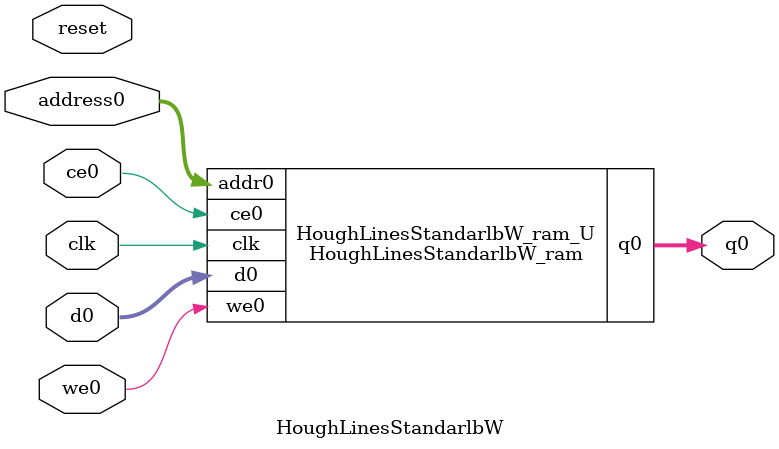
<source format=v>

`timescale 1 ns / 1 ps
module HoughLinesStandarlbW_ram (addr0, ce0, d0, we0, q0,  clk);

parameter DWIDTH = 16;
parameter AWIDTH = 8;
parameter MEM_SIZE = 180;

input[AWIDTH-1:0] addr0;
input ce0;
input[DWIDTH-1:0] d0;
input we0;
output reg[DWIDTH-1:0] q0;
input clk;

(* ram_style = "block" *)reg [DWIDTH-1:0] ram[0:MEM_SIZE-1];




always @(posedge clk)  
begin 
    if (ce0) 
    begin
        if (we0) 
        begin 
            ram[addr0] <= d0; 
            q0 <= d0;
        end 
        else 
            q0 <= ram[addr0];
    end
end


endmodule


`timescale 1 ns / 1 ps
module HoughLinesStandarlbW(
    reset,
    clk,
    address0,
    ce0,
    we0,
    d0,
    q0);

parameter DataWidth = 32'd16;
parameter AddressRange = 32'd180;
parameter AddressWidth = 32'd8;
input reset;
input clk;
input[AddressWidth - 1:0] address0;
input ce0;
input we0;
input[DataWidth - 1:0] d0;
output[DataWidth - 1:0] q0;



HoughLinesStandarlbW_ram HoughLinesStandarlbW_ram_U(
    .clk( clk ),
    .addr0( address0 ),
    .ce0( ce0 ),
    .we0( we0 ),
    .d0( d0 ),
    .q0( q0 ));

endmodule


</source>
